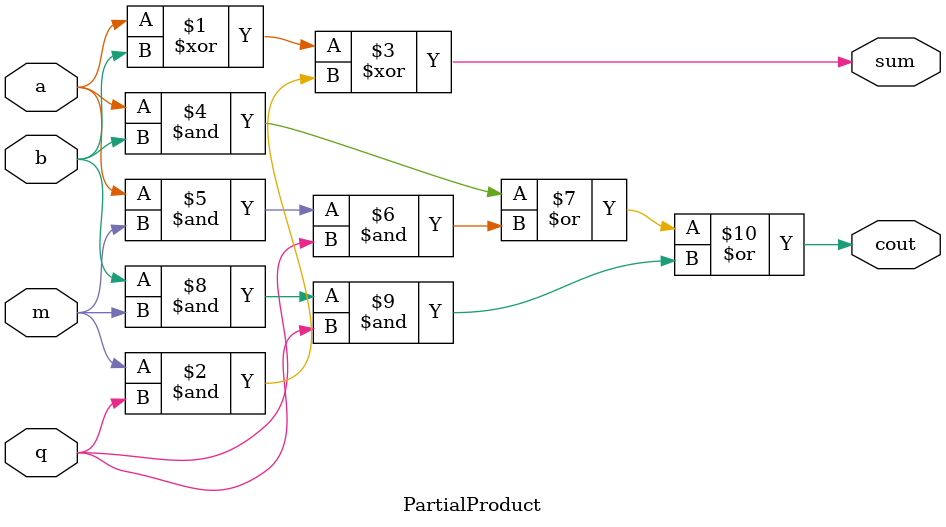
<source format=v>
`ifndef PARTIAL_PRODUCT_V
`define PARTIAL_PRODUCT_V

module PartialProduct(a, b, m, q, cout, sum);
  input a, b, m, q;
  output cout, sum;
  //By default, all ports are wires
  //Dataflow design
  assign sum = a ^ b ^ (m & q);
  assign cout = (a & b) | (a & m & q) | (b & m & q);
endmodule

`endif

</source>
